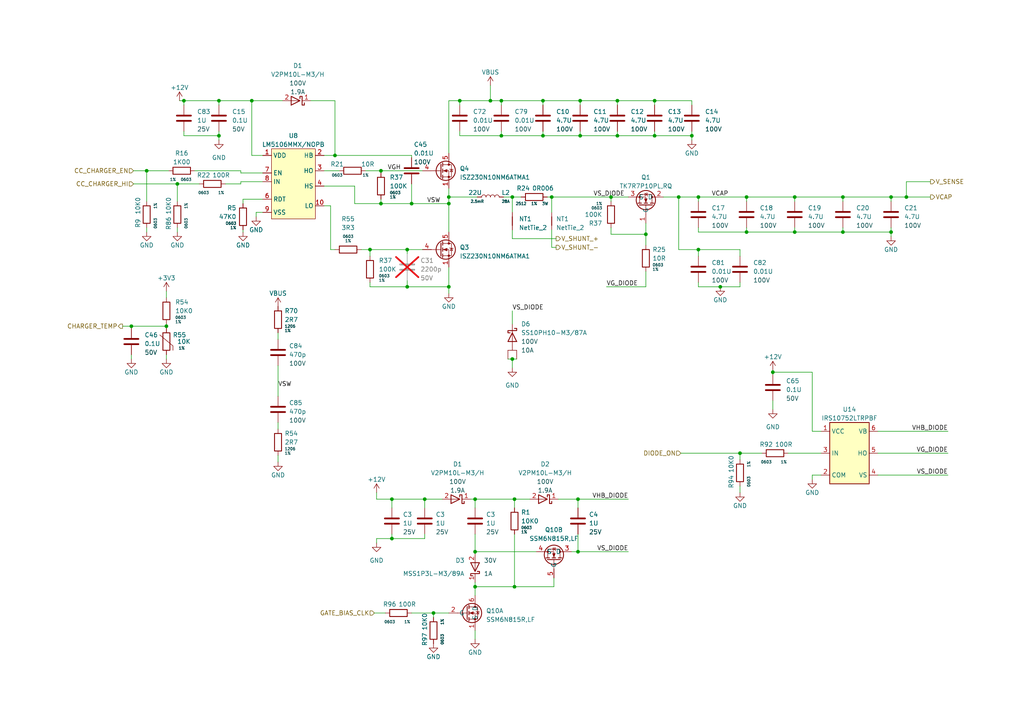
<source format=kicad_sch>
(kicad_sch (version 20230121) (generator eeschema)
  (paper "A4")
  (title_block (company "Rack Robotics, Inc.") (comment 1 "Engineering by DragonFly Power Systems") (comment 2 "Design by Rack Robotics, Inc."))
  (junction (at 167.64 144.78))
  (junction (at 145.415 29.21))
  (junction (at 157.48 39.37))
  (junction (at 189.865 29.21))
  (junction (at 168.275 29.21))
  (junction (at 214.63 131.445))
  (junction (at 157.48 29.21))
  (junction (at 42.545 49.53))
  (junction (at 244.475 57.15))
  (junction (at 137.795 144.78))
  (junction (at 179.07 29.21))
  (junction (at 130.175 57.15))
  (junction (at 63.5 29.21))
  (junction (at 167.64 160.02))
  (junction (at 133.35 29.21))
  (junction (at 189.865 39.37))
  (junction (at 149.225 144.78))
  (junction (at 148.59 57.15))
  (junction (at 258.445 67.31))
  (junction (at 196.85 57.15))
  (junction (at 38.1 94.615))
  (junction (at 142.24 29.21))
  (junction (at 262.89 57.15))
  (junction (at 48.26 94.615))
  (junction (at 53.34 29.21))
  (junction (at 177.2216 57.15))
  (junction (at 200.66 39.37))
  (junction (at 97.155 45.085))
  (junction (at 179.07 39.37))
  (junction (at 119.38 59.055))
  (junction (at 187.325 67.945))
  (junction (at 216.535 67.31))
  (junction (at 118.11 83.185))
  (junction (at 202.565 72.39))
  (junction (at 110.49 59.055))
  (junction (at 110.49 49.53))
  (junction (at 230.505 57.15))
  (junction (at 51.435 53.34))
  (junction (at 137.795 160.02))
  (junction (at 73.025 29.21))
  (junction (at 137.795 170.18))
  (junction (at 118.11 72.39))
  (junction (at 125.73 177.8))
  (junction (at 63.5 39.37))
  (junction (at 230.505 67.31))
  (junction (at 208.915 83.185))
  (junction (at 160.02 57.15))
  (junction (at 113.665 144.78))
  (junction (at 224.155 107.95))
  (junction (at 145.415 39.37))
  (junction (at 216.535 57.15))
  (junction (at 149.225 170.18))
  (junction (at 168.275 39.37))
  (junction (at 107.315 72.39))
  (junction (at 244.475 67.31))
  (junction (at 130.175 59.055))
  (junction (at 123.19 144.78))
  (junction (at 130.175 83.185))
  (junction (at 258.445 57.15))
  (junction (at 202.565 57.15))
  (junction (at 113.665 156.21))
  (junction (at 148.59 104.14))
  (wire (pts (xy 244.475 66.04) (xy 244.475 67.31)))
  (wire (pts (xy 80.645 132.08) (xy 80.645 133.985)))
  (wire (pts (xy 202.565 57.15) (xy 202.565 58.42)))
  (wire (pts (xy 145.415 39.37) (xy 157.48 39.37)))
  (wire (pts (xy 145.415 29.21) (xy 145.415 30.48)))
  (wire (pts (xy 224.155 107.95) (xy 235.585 107.95)))
  (wire (pts (xy 258.445 57.15) (xy 262.89 57.15)))
  (wire (pts (xy 244.475 57.15) (xy 244.475 58.42)))
  (wire (pts (xy 254.635 125.095) (xy 274.955 125.095)))
  (wire (pts (xy 137.795 168.91) (xy 137.795 170.18)))
  (wire (pts (xy 95.885 59.69) (xy 95.885 72.39)))
  (wire (pts (xy 202.565 57.15) (xy 216.535 57.15)))
  (wire (pts (xy 42.545 49.53) (xy 48.895 49.53)))
  (wire (pts (xy 167.64 160.02) (xy 182.245 160.02)))
  (wire (pts (xy 133.35 29.21) (xy 133.35 30.48)))
  (wire (pts (xy 258.445 67.31) (xy 258.445 68.58)))
  (wire (pts (xy 196.85 72.39) (xy 202.565 72.39)))
  (wire (pts (xy 160.655 167.64) (xy 160.655 170.18)))
  (wire (pts (xy 80.645 122.555) (xy 80.645 124.46)))
  (wire (pts (xy 187.325 67.945) (xy 187.325 71.12)))
  (wire (pts (xy 149.225 144.78) (xy 149.225 147.32)))
  (wire (pts (xy 137.795 160.02) (xy 155.575 160.02)))
  (wire (pts (xy 262.89 52.705) (xy 262.89 57.15)))
  (wire (pts (xy 197.485 131.445) (xy 214.63 131.445)))
  (wire (pts (xy 137.795 154.94) (xy 137.795 160.02)))
  (wire (pts (xy 109.22 156.21) (xy 113.665 156.21)))
  (wire (pts (xy 69.85 52.705) (xy 69.85 53.34)))
  (wire (pts (xy 149.225 154.94) (xy 149.225 170.18)))
  (wire (pts (xy 160.02 57.15) (xy 160.02 61.595)))
  (wire (pts (xy 107.315 72.39) (xy 118.11 72.39)))
  (wire (pts (xy 118.11 72.39) (xy 122.555 72.39)))
  (wire (pts (xy 93.98 53.975) (xy 102.87 53.975)))
  (wire (pts (xy 73.025 45.085) (xy 76.2 45.085)))
  (wire (pts (xy 130.175 54.61) (xy 130.175 57.15)))
  (wire (pts (xy 200.66 38.1) (xy 200.66 39.37)))
  (wire (pts (xy 104.775 72.39) (xy 107.315 72.39)))
  (wire (pts (xy 130.175 83.185) (xy 130.175 85.09)))
  (wire (pts (xy 230.505 57.15) (xy 230.505 58.42)))
  (wire (pts (xy 76.2 57.785) (xy 70.485 57.785)))
  (wire (pts (xy 142.24 29.21) (xy 145.415 29.21)))
  (wire (pts (xy 189.865 29.21) (xy 200.66 29.21)))
  (wire (pts (xy 53.34 39.37) (xy 63.5 39.37)))
  (wire (pts (xy 157.48 29.21) (xy 157.48 30.48)))
  (wire (pts (xy 187.325 83.185) (xy 187.325 78.74)))
  (wire (pts (xy 80.645 96.52) (xy 80.645 98.425)))
  (wire (pts (xy 189.865 29.21) (xy 189.865 30.48)))
  (wire (pts (xy 230.505 66.04) (xy 230.505 67.31)))
  (wire (pts (xy 157.48 38.1) (xy 157.48 39.37)))
  (wire (pts (xy 113.665 154.94) (xy 113.665 156.21)))
  (wire (pts (xy 216.535 57.15) (xy 230.505 57.15)))
  (wire (pts (xy 113.665 156.21) (xy 123.19 156.21)))
  (wire (pts (xy 73.025 29.21) (xy 81.915 29.21)))
  (wire (pts (xy 177.2216 67.945) (xy 177.2216 66.04)))
  (wire (pts (xy 102.87 59.055) (xy 110.49 59.055)))
  (wire (pts (xy 254.635 131.445) (xy 274.955 131.445)))
  (wire (pts (xy 148.59 104.14) (xy 149.86 104.14)))
  (wire (pts (xy 167.64 144.78) (xy 182.245 144.78)))
  (wire (pts (xy 160.655 170.18) (xy 149.225 170.18)))
  (wire (pts (xy 208.915 83.185) (xy 202.565 83.185)))
  (wire (pts (xy 69.85 50.165) (xy 76.2 50.165)))
  (wire (pts (xy 179.07 38.1) (xy 179.07 39.37)))
  (wire (pts (xy 107.315 72.39) (xy 107.315 74.295)))
  (wire (pts (xy 216.535 67.31) (xy 230.505 67.31)))
  (wire (pts (xy 189.865 39.37) (xy 200.66 39.37)))
  (wire (pts (xy 148.59 69.215) (xy 161.29 69.215)))
  (wire (pts (xy 228.6 131.445) (xy 238.125 131.445)))
  (wire (pts (xy 149.225 170.18) (xy 137.795 170.18)))
  (wire (pts (xy 107.315 81.915) (xy 107.315 83.185)))
  (wire (pts (xy 70.485 57.785) (xy 70.485 59.055)))
  (wire (pts (xy 95.885 72.39) (xy 97.155 72.39)))
  (wire (pts (xy 63.5 29.21) (xy 63.5 30.48)))
  (wire (pts (xy 38.1 102.87) (xy 38.1 104.14)))
  (wire (pts (xy 106.045 49.53) (xy 110.49 49.53)))
  (wire (pts (xy 118.11 83.185) (xy 130.175 83.185)))
  (wire (pts (xy 147.32 104.14) (xy 148.59 104.14)))
  (wire (pts (xy 74.295 61.595) (xy 76.2 61.595)))
  (wire (pts (xy 130.175 59.055) (xy 130.175 67.31)))
  (wire (pts (xy 216.535 66.04) (xy 216.535 67.31)))
  (wire (pts (xy 196.85 57.15) (xy 202.565 57.15)))
  (wire (pts (xy 130.175 77.47) (xy 130.175 83.185)))
  (wire (pts (xy 65.405 53.34) (xy 69.85 53.34)))
  (wire (pts (xy 145.415 38.1) (xy 145.415 39.37)))
  (wire (pts (xy 165.735 160.02) (xy 167.64 160.02)))
  (wire (pts (xy 113.665 144.78) (xy 123.19 144.78)))
  (wire (pts (xy 70.485 66.675) (xy 70.485 67.31)))
  (wire (pts (xy 214.63 131.445) (xy 220.98 131.445)))
  (wire (pts (xy 109.22 142.875) (xy 109.22 144.78)))
  (wire (pts (xy 107.315 83.185) (xy 118.11 83.185)))
  (wire (pts (xy 76.2 52.705) (xy 69.85 52.705)))
  (wire (pts (xy 133.35 38.1) (xy 133.35 39.37)))
  (wire (pts (xy 48.26 102.87) (xy 48.26 104.14)))
  (wire (pts (xy 161.925 144.78) (xy 167.64 144.78)))
  (wire (pts (xy 177.2216 57.15) (xy 182.245 57.15)))
  (wire (pts (xy 137.795 160.02) (xy 137.795 160.655)))
  (wire (pts (xy 113.665 144.78) (xy 113.665 147.32)))
  (wire (pts (xy 56.515 49.53) (xy 69.85 49.53)))
  (wire (pts (xy 196.85 57.15) (xy 196.85 72.39)))
  (wire (pts (xy 202.565 74.295) (xy 202.565 72.39)))
  (wire (pts (xy 262.89 57.15) (xy 269.875 57.15)))
  (wire (pts (xy 93.98 45.085) (xy 97.155 45.085)))
  (wire (pts (xy 142.24 24.765) (xy 142.24 29.21)))
  (wire (pts (xy 109.22 144.78) (xy 113.665 144.78)))
  (wire (pts (xy 202.565 81.915) (xy 202.565 83.185)))
  (wire (pts (xy 235.585 137.795) (xy 238.125 137.795)))
  (wire (pts (xy 125.73 177.8) (xy 130.175 177.8)))
  (wire (pts (xy 160.02 71.755) (xy 161.29 71.755)))
  (wire (pts (xy 262.89 52.705) (xy 269.875 52.705)))
  (wire (pts (xy 244.475 57.15) (xy 258.445 57.15)))
  (wire (pts (xy 108.585 177.8) (xy 111.76 177.8)))
  (wire (pts (xy 123.19 154.94) (xy 123.19 156.21)))
  (wire (pts (xy 102.87 53.975) (xy 102.87 59.055)))
  (wire (pts (xy 109.22 156.21) (xy 109.22 157.48)))
  (wire (pts (xy 157.48 29.21) (xy 168.275 29.21)))
  (wire (pts (xy 158.75 57.15) (xy 160.02 57.15)))
  (wire (pts (xy 235.585 125.095) (xy 238.125 125.095)))
  (wire (pts (xy 52.07 29.21) (xy 53.34 29.21)))
  (wire (pts (xy 110.49 49.53) (xy 122.555 49.53)))
  (wire (pts (xy 148.59 104.14) (xy 148.59 106.68)))
  (wire (pts (xy 168.275 39.37) (xy 179.07 39.37)))
  (wire (pts (xy 145.415 29.21) (xy 157.48 29.21)))
  (wire (pts (xy 123.19 144.78) (xy 123.19 147.32)))
  (wire (pts (xy 35.56 94.615) (xy 38.1 94.615)))
  (wire (pts (xy 69.85 49.53) (xy 69.85 50.165)))
  (wire (pts (xy 93.98 59.69) (xy 95.885 59.69)))
  (wire (pts (xy 179.07 39.37) (xy 189.865 39.37)))
  (wire (pts (xy 130.175 29.21) (xy 133.35 29.21)))
  (wire (pts (xy 136.525 144.78) (xy 137.795 144.78)))
  (wire (pts (xy 90.17 29.21) (xy 97.155 29.21)))
  (wire (pts (xy 118.11 72.39) (xy 118.11 73.66)))
  (wire (pts (xy 167.64 160.02) (xy 167.64 154.94)))
  (wire (pts (xy 110.49 57.785) (xy 110.49 59.055)))
  (wire (pts (xy 168.275 29.21) (xy 179.07 29.21)))
  (wire (pts (xy 230.505 57.15) (xy 244.475 57.15)))
  (wire (pts (xy 130.175 29.21) (xy 130.175 44.45)))
  (wire (pts (xy 80.645 106.045) (xy 80.645 114.935)))
  (wire (pts (xy 93.98 49.53) (xy 98.425 49.53)))
  (wire (pts (xy 149.225 144.78) (xy 153.67 144.78)))
  (wire (pts (xy 53.34 38.1) (xy 53.34 39.37)))
  (wire (pts (xy 51.435 66.04) (xy 51.435 67.31)))
  (wire (pts (xy 258.445 66.04) (xy 258.445 67.31)))
  (wire (pts (xy 202.565 67.31) (xy 216.535 67.31)))
  (wire (pts (xy 224.155 107.95) (xy 224.155 108.585)))
  (wire (pts (xy 214.63 83.185) (xy 208.915 83.185)))
  (wire (pts (xy 73.025 29.21) (xy 73.025 45.085)))
  (wire (pts (xy 214.63 131.445) (xy 214.63 133.35)))
  (wire (pts (xy 214.63 81.915) (xy 214.63 83.185)))
  (wire (pts (xy 179.07 29.21) (xy 179.07 30.48)))
  (wire (pts (xy 235.585 137.795) (xy 235.585 139.065)))
  (wire (pts (xy 53.34 29.21) (xy 63.5 29.21)))
  (wire (pts (xy 157.48 39.37) (xy 168.275 39.37)))
  (wire (pts (xy 97.155 45.085) (xy 119.38 45.085)))
  (wire (pts (xy 224.155 107.315) (xy 224.155 107.95)))
  (wire (pts (xy 202.565 72.39) (xy 214.63 72.39)))
  (wire (pts (xy 216.535 57.15) (xy 216.535 58.42)))
  (wire (pts (xy 235.585 107.95) (xy 235.585 125.095)))
  (wire (pts (xy 119.38 59.055) (xy 130.175 59.055)))
  (wire (pts (xy 214.63 72.39) (xy 214.63 74.295)))
  (wire (pts (xy 189.865 38.1) (xy 189.865 39.37)))
  (wire (pts (xy 38.1 94.615) (xy 48.26 94.615)))
  (wire (pts (xy 119.38 177.8) (xy 125.73 177.8)))
  (wire (pts (xy 133.35 29.21) (xy 142.24 29.21)))
  (wire (pts (xy 230.505 67.31) (xy 244.475 67.31)))
  (wire (pts (xy 42.545 49.53) (xy 42.545 58.42)))
  (wire (pts (xy 133.35 39.37) (xy 145.415 39.37)))
  (wire (pts (xy 168.275 29.21) (xy 168.275 30.48)))
  (wire (pts (xy 148.59 57.15) (xy 148.59 61.595)))
  (wire (pts (xy 110.49 49.53) (xy 110.49 50.165)))
  (wire (pts (xy 38.1 95.25) (xy 38.1 94.615)))
  (wire (pts (xy 110.49 59.055) (xy 119.38 59.055)))
  (wire (pts (xy 63.5 39.37) (xy 63.5 40.64)))
  (wire (pts (xy 175.895 83.185) (xy 187.325 83.185)))
  (wire (pts (xy 258.445 57.15) (xy 258.445 58.42)))
  (wire (pts (xy 224.155 116.205) (xy 224.155 118.745)))
  (wire (pts (xy 48.26 84.455) (xy 48.26 86.36)))
  (wire (pts (xy 177.2216 58.42) (xy 177.2216 57.15)))
  (wire (pts (xy 123.19 144.78) (xy 128.27 144.78)))
  (wire (pts (xy 42.545 66.04) (xy 42.545 67.31)))
  (wire (pts (xy 177.2216 67.945) (xy 187.325 67.945)))
  (wire (pts (xy 244.475 67.31) (xy 258.445 67.31)))
  (wire (pts (xy 148.59 90.17) (xy 148.59 93.98)))
  (wire (pts (xy 130.175 57.15) (xy 138.43 57.15)))
  (wire (pts (xy 119.38 53.34) (xy 119.38 59.055)))
  (wire (pts (xy 51.435 53.34) (xy 57.785 53.34)))
  (wire (pts (xy 160.02 66.675) (xy 160.02 71.755)))
  (wire (pts (xy 148.59 57.15) (xy 151.13 57.15)))
  (wire (pts (xy 63.5 29.21) (xy 73.025 29.21)))
  (wire (pts (xy 179.07 29.21) (xy 189.865 29.21)))
  (wire (pts (xy 119.38 45.085) (xy 119.38 45.72)))
  (wire (pts (xy 53.34 29.21) (xy 53.34 30.48)))
  (wire (pts (xy 160.02 57.15) (xy 177.2216 57.15)))
  (wire (pts (xy 38.735 49.53) (xy 42.545 49.53)))
  (wire (pts (xy 97.155 29.21) (xy 97.155 45.085)))
  (wire (pts (xy 137.795 144.78) (xy 137.795 147.32)))
  (wire (pts (xy 118.11 81.28) (xy 118.11 83.185)))
  (wire (pts (xy 148.59 66.675) (xy 148.59 69.215)))
  (wire (pts (xy 202.565 66.04) (xy 202.565 67.31)))
  (wire (pts (xy 125.73 177.8) (xy 125.73 179.07)))
  (wire (pts (xy 48.26 93.98) (xy 48.26 94.615)))
  (wire (pts (xy 168.275 38.1) (xy 168.275 39.37)))
  (wire (pts (xy 137.795 182.88) (xy 137.795 185.42)))
  (wire (pts (xy 48.26 94.615) (xy 48.26 95.25)))
  (wire (pts (xy 137.795 170.18) (xy 137.795 172.72)))
  (wire (pts (xy 146.05 57.15) (xy 148.59 57.15)))
  (wire (pts (xy 51.435 53.34) (xy 51.435 58.42)))
  (wire (pts (xy 137.795 144.78) (xy 149.225 144.78)))
  (wire (pts (xy 167.64 144.78) (xy 167.64 147.32)))
  (wire (pts (xy 214.63 140.97) (xy 214.63 142.875)))
  (wire (pts (xy 254.635 137.795) (xy 274.955 137.795)))
  (wire (pts (xy 187.325 64.77) (xy 187.325 67.945)))
  (wire (pts (xy 38.735 53.34) (xy 51.435 53.34)))
  (wire (pts (xy 192.405 57.15) (xy 196.85 57.15)))
  (wire (pts (xy 200.66 29.21) (xy 200.66 30.48)))
  (wire (pts (xy 130.175 57.15) (xy 130.175 59.055)))
  (wire (pts (xy 200.66 39.37) (xy 200.66 40.64)))
  (wire (pts (xy 74.295 61.595) (xy 74.295 62.865)))
  (wire (pts (xy 63.5 38.1) (xy 63.5 39.37)))
  (label "VHB_DIODE" (at 274.955 125.095 180))
  (label "VS_DIODE" (at 172.085 57.15 0))
  (label "VSW" (at 123.825 59.055 0))
  (label "VHB_DIODE" (at 182.245 144.78 180))
  (label "VS_DIODE" (at 182.245 160.02 180))
  (label "VS_DIODE" (at 148.59 90.17 0))
  (label "VCAP" (at 206.375 57.15 0))
  (label "VS_DIODE" (at 274.955 137.795 180))
  (label "VGH" (at 112.395 49.53 0))
  (label "VSW" (at 80.645 112.395 0))
  (label "VG_DIODE" (at 274.955 131.445 180))
  (label "VG_DIODE" (at 175.895 83.185 0))
  (hierarchical_label "CHARGER_TEMP" (shape output) (at 35.56 94.615 180))
  (hierarchical_label "CC_CHARGER_HI" (shape input) (at 38.735 53.34 180))
  (hierarchical_label "V_SHUNT_-" (shape output) (at 161.29 71.755 0))
  (hierarchical_label "V_SENSE" (shape output) (at 269.875 52.705 0))
  (hierarchical_label "GATE_BIAS_CLK" (shape input) (at 108.585 177.8 180))
  (hierarchical_label "V_SHUNT_+" (shape output) (at 161.29 69.215 0))
  (hierarchical_label "DIODE_ON" (shape input) (at 197.485 131.445 180))
  (hierarchical_label "CC_CHARGER_EN" (shape input) (at 38.735 49.53 180))
  (hierarchical_label "VCAP" (shape output) (at 269.875 57.15 0))
  (symbol (lib_id "0603_RES:100R") (at 224.79 131.445 90) (unit 1)
    (property "Reference" "R92" (at 222.25 128.905 90))
    (property "Value" "100R" (at 227.33 128.905 90))
    (property "Footprint" "Resistor_SMD:R_0603_1608Metric" (effects hide))
    (property "Datasheet" "https://www.seielect.com/Catalog/SEI-RMCF_RMCP.pdf" (effects hide))
    (property "Package Size" "0603" (at 222.25 133.985 90) (effects (font (size 0.8 0.8))))
    (property "Tolerance" "1%" (at 227.33 133.985 90) (effects (font (size 0.8 0.8))))
    (property "Part Number" "RMCF0603FT100R" (effects hide))
    (property "Manufacturer" "Stackpole" (effects hide))
  )
  (symbol (lib_id "0603_CAP:1U_25V") (at 137.795 151.13 0) (unit 1)
    (property "Reference" "C3" (at 140.97 149.225 0) (effects (justify left)))
    (property "Value" "1U" (at 140.97 151.765 0) (effects (justify left)))
    (property "Footprint" "Capacitor_SMD:C_0603_1608Metric" (effects hide))
    (property "Datasheet" "https://media.digikey.com/pdf/Data%20Sheets/Samsung%20PDFs/CL10B104KB8NNWC_Spec.pdf" (effects hide))
    (property "Volage Rating" "25V" (at 140.97 154.305 0) (effects (justify left)))
    (property "Part Number" "CL10B105KA8NNNC" (effects hide))
    (property "Manufacturer" "Samsung" (effects hide))
    (instances (project "Gate_Bias" (path "" (reference "C3") (unit 1))) (project "POWERCORE-V2.0_MOTHERBOARD" (path "" (reference "C63") (unit 1))))
  )
  (symbol (lib_id "power:+12V") (at 52.07 29.21 0) (unit 1)
    (property "Reference" "#PWR02" (effects hide))
    (property "Value" "+12V" (at 52.07 25.4 0))
    (instances (project "POWERCORE-V2.0_MOTHERBOARD" (path "" (reference "#PWR02") (unit 1)) (path "" (reference "#PWR029") (unit 1))))
  )
  (symbol (lib_id "SCHOTTKY_DIODES:V2PM10L-M3/H") (at 158.115 144.78 180) (unit 1)
    (property "Reference" "D2" (at 158.115 134.62 0))
    (property "Value" "V2PM10L-M3/H" (at 158.115 137.16 0))
    (property "Footprint" "DIODES:DO-220AA (SMP)" (effects hide))
    (property "Datasheet" "https://www.vishay.com/docs/87463/v2pm10l.pdf" (effects hide))
    (property "Manufacturer" "VISHAY" (effects hide))
    (property "Part Number" "V2PM10L-M3/H" (effects hide))
    (property "Voltage" "100V" (at 158.115 139.7 0))
    (property "Current" "1.9A" (at 158.115 142.24 0))
    (instances (project "Gate_Bias" (path "" (reference "D2") (unit 1))) (project "POWERCORE-V2.0_MOTHERBOARD" (path "" (reference "D4") (unit 1))))
  )
  (symbol (lib_id "1206_CAP:4.7U_100V") (at 258.445 62.23 0) (unit 1)
    (property "Reference" "C21" (at 262.255 60.325 0) (effects (justify left)))
    (property "Value" "4.7U" (at 262.255 62.865 0) (effects (justify left)))
    (property "Footprint" "Capacitor_SMD:C_1206_3216Metric" (effects hide))
    (property "Datasheet" "https://search.murata.co.jp/Ceramy/image/img/A01X/G101/ENG/GRM31CC72A475KE11-01A.pdf" (effects hide))
    (property "Dielectric" "X7S" (effects hide))
    (property "Voltage Rating" "100V" (at 262.255 65.405 0) (effects (justify left)))
    (property "Part Number" "GRM31CC72A475KE11L" (effects hide))
    (property "Manufacturer" "Murata" (effects hide))
  )
  (symbol (lib_id "POWER_FETs:ISZ230N10NM6ATMA1") (at 130.175 49.53 0) (unit 1)
    (property "Reference" "Q4" (at 133.35 48.895 0) (effects (justify left)))
    (property "Value" "ISZ230N10NM6ATMA1" (at 133.35 51.435 0) (effects (justify left)))
    (property "Footprint" "DFN_QFN:INFINEON_TSDSON-8-25" (effects hide))
    (property "Datasheet" "https://www.infineon.com/dgdl/Infineon-ISZ230N10NM6-DataSheet-v02_00-EN.pdf?fileId=8ac78c8c7bb971ed017bba7c28d202ac" (effects hide))
    (property "Manufacturer" "INFINEON" (effects hide))
    (property "Part Number" "ISZ230N10NM6ATMA1" (effects hide))
  )
  (symbol (lib_id "0603_CAP:0.01U_100V") (at 133.35 34.29 0) (unit 1)
    (property "Reference" "C72" (at 137.16 32.385 0) (effects (justify left)))
    (property "Value" "0.01U" (at 137.16 34.925 0) (effects (justify left)))
    (property "Footprint" "Capacitor_SMD:C_0603_1608Metric" (effects hide))
    (property "Datasheet" "https://media.digikey.com/pdf/Data%20Sheets/Samsung%20PDFs/CL10B104KB8NNWC_Spec.pdf" (effects hide))
    (property "Volage Rating" "100V" (at 137.16 37.465 0) (effects (justify left)))
    (property "Part Number" "CL10B103KC8NNNC" (effects hide))
    (property "Manufacturer" "Samsung" (effects hide))
  )
  (symbol (lib_id "1206_CAP:4.7U_100V") (at 200.66 34.29 0) (unit 1)
    (property "Reference" "C14" (at 204.47 32.385 0) (effects (justify left)))
    (property "Value" "4.7U" (at 204.47 34.925 0) (effects (justify left)))
    (property "Footprint" "Capacitor_SMD:C_1206_3216Metric" (effects hide))
    (property "Datasheet" "https://search.murata.co.jp/Ceramy/image/img/A01X/G101/ENG/GRM31CC72A475KE11-01A.pdf" (effects hide))
    (property "Dielectric" "X7S" (effects hide))
    (property "Voltage Rating" "100V" (at 204.47 37.465 0) (effects (justify left)))
    (property "Part Number" "GRM31CC72A475KE11L" (effects hide))
    (property "Manufacturer" "Murata" (effects hide))
  )
  (symbol (lib_id "0603_RES:10K0") (at 149.225 151.13 0) (unit 1)
    (property "Reference" "R1" (at 151.13 148.59 0) (effects (justify left)))
    (property "Value" "10K0" (at 151.13 151.13 0) (effects (justify left)))
    (property "Footprint" "Resistor_SMD:R_0603_1608Metric" (effects hide))
    (property "Datasheet" "https://www.seielect.com/Catalog/SEI-RMCF_RMCP.pdf" (effects hide))
    (property "Package Size" "0603" (at 151.13 153.035 0) (effects (font (size 0.8 0.8)) (justify left)))
    (property "Tolerance" "1%" (at 151.13 154.305 0) (effects (font (size 0.8 0.8)) (justify left)))
    (property "Part Number" "RMCF0603FT10K0" (effects hide))
    (property "Manufacturer" "Stackpole" (effects hide))
    (instances (project "Gate_Bias" (path "" (reference "R1") (unit 1))) (project "POWERCORE-V2.0_MOTHERBOARD" (path "" (reference "R90") (unit 1))))
  )
  (symbol (lib_id "0603_RES:100k") (at 110.49 53.975 0) (unit 1)
    (property "Reference" "R37" (at 113.03 51.435 0) (effects (justify left)))
    (property "Value" "100K" (at 113.03 53.975 0) (effects (justify left)))
    (property "Footprint" "Resistor_SMD:R_0603_1608Metric" (effects hide))
    (property "Datasheet" "https://www.seielect.com/Catalog/SEI-RMCF_RMCP.pdf" (effects hide))
    (property "Package Size" "0603" (at 113.03 55.88 0) (effects (font (size 0.8 0.8)) (justify left)))
    (property "Tolerance" "1%" (at 113.03 57.15 0) (effects (font (size 0.8 0.8)) (justify left)))
    (property "Part Number" "RMCF0603FT100K" (effects hide))
    (property "Manufacturer" "Stackpole" (effects hide))
    (instances (project "POWERCORE-V2.0_MOTHERBOARD" (path "" (reference "R37") (unit 1)) (path "" (reference "R51") (unit 1)) (path "" (reference "R23") (unit 1))))
  )
  (symbol (lib_id "Device:NetTie_2") (at 148.59 64.135 270) (unit 1) (in_bom no)
    (property "Reference" "NT1" (at 150.495 63.5 90) (effects (justify left)))
    (property "Value" "NetTie_2" (at 150.495 66.04 90) (effects (justify left)))
    (property "Footprint" "NET_TIES:NET_TIE_SMD_10mil" (effects hide))
    (instances (project "POWERCORE-V2.0_MOTHERBOARD" (path "" (reference "NT1") (unit 1)) (path "" (reference "NT5") (unit 1))))
  )
  (symbol (lib_id "power:+12V") (at 109.22 142.875 0) (unit 1)
    (property "Reference" "#PWR01" (effects hide))
    (property "Value" "+12V" (at 109.22 139.065 0))
    (instances (project "Gate_Bias" (path "" (reference "#PWR01") (unit 1))) (project "POWERCORE-V2.0_MOTHERBOARD" (path "" (reference "#PWR032") (unit 1))))
  )
  (symbol (lib_id "power:GND") (at 63.5 40.64 0) (unit 1)
    (property "Reference" "#PWR01" (effects hide))
    (property "Value" "GND" (at 63.5 45.72 0))
    (instances (project "POWERCORE-V2.0_MOTHERBOARD" (path "" (reference "#PWR01") (unit 1)) (path "" (reference "#PWR031") (unit 1))))
  )
  (symbol (lib_id "power:+12V") (at 224.155 107.315 0) (unit 1)
    (property "Reference" "#PWR02" (effects hide))
    (property "Value" "+12V" (at 224.155 103.505 0))
    (instances (project "POWERCORE-V2.0_MOTHERBOARD" (path "" (reference "#PWR02") (unit 1)) (path "" (reference "#PWR0115") (unit 1))))
  )
  (symbol (lib_id "power:GND") (at 258.445 68.58 0) (unit 1)
    (property "Reference" "#PWR034" (effects hide))
    (property "Value" "GND" (at 258.445 72.39 0))
  )
  (symbol (lib_id "0603_RES:100k") (at 177.2216 62.23 180) (unit 1)
    (property "Reference" "R37" (at 174.6816 64.77 0) (effects (justify left)))
    (property "Value" "100K" (at 174.6816 62.23 0) (effects (justify left)))
    (property "Footprint" "Resistor_SMD:R_0603_1608Metric" (effects hide))
    (property "Datasheet" "https://www.seielect.com/Catalog/SEI-RMCF_RMCP.pdf" (effects hide))
    (property "Package Size" "0603" (at 174.6816 60.325 0) (effects (font (size 0.8 0.8)) (justify left)))
    (property "Tolerance" "1%" (at 174.6816 59.055 0) (effects (font (size 0.8 0.8)) (justify left)))
    (property "Part Number" "RMCF0603FT100K" (effects hide))
    (property "Manufacturer" "Stackpole" (effects hide))
    (instances (project "POWERCORE-V2.0_MOTHERBOARD" (path "" (reference "R37") (unit 1)) (path "" (reference "R51") (unit 1)) (path "" (reference "R89") (unit 1))))
  )
  (symbol (lib_id "power:GND") (at 125.73 186.69 0) (unit 1)
    (property "Reference" "#PWR02" (effects hide))
    (property "Value" "GND" (at 125.73 190.5 0))
    (instances (project "Gate_Bias" (path "" (reference "#PWR02") (unit 1))) (project "POWERCORE-V2.0_MOTHERBOARD" (path "" (reference "#PWR0129") (unit 1))))
  )
  (symbol (lib_id "0603_RES:10K0") (at 42.545 62.23 180) (unit 1)
    (property "Reference" "R9" (at 40.005 64.77 90))
    (property "Value" "10K0" (at 40.005 59.69 90))
    (property "Footprint" "Resistor_SMD:R_0603_1608Metric" (effects hide))
    (property "Datasheet" "https://www.seielect.com/Catalog/SEI-RMCF_RMCP.pdf" (effects hide))
    (property "Package Size" "0603" (at 45.085 64.77 90) (effects (font (size 0.8 0.8))))
    (property "Tolerance" "1%" (at 45.085 59.69 90) (effects (font (size 0.8 0.8))))
    (property "Part Number" "RMCF0603FT10K0" (effects hide))
    (property "Manufacturer" "Stackpole" (effects hide))
  )
  (symbol (lib_id "0603_CAP:1U_25V") (at 123.19 151.13 0) (unit 1)
    (property "Reference" "C3" (at 126.365 149.225 0) (effects (justify left)))
    (property "Value" "1U" (at 126.365 151.765 0) (effects (justify left)))
    (property "Footprint" "Capacitor_SMD:C_0603_1608Metric" (effects hide))
    (property "Datasheet" "https://media.digikey.com/pdf/Data%20Sheets/Samsung%20PDFs/CL10B104KB8NNWC_Spec.pdf" (effects hide))
    (property "Volage Rating" "25V" (at 126.365 154.305 0) (effects (justify left)))
    (property "Part Number" "CL10B105KA8NNNC" (effects hide))
    (property "Manufacturer" "Samsung" (effects hide))
    (instances (project "Gate_Bias" (path "" (reference "C3") (unit 1))) (project "POWERCORE-V2.0_MOTHERBOARD" (path "" (reference "C26") (unit 1))))
  )
  (symbol (lib_id "0603_RES:100k") (at 107.315 78.105 0) (unit 1)
    (property "Reference" "R37" (at 109.855 75.565 0) (effects (justify left)))
    (property "Value" "100K" (at 109.855 78.105 0) (effects (justify left)))
    (property "Footprint" "Resistor_SMD:R_0603_1608Metric" (effects hide))
    (property "Datasheet" "https://www.seielect.com/Catalog/SEI-RMCF_RMCP.pdf" (effects hide))
    (property "Package Size" "0603" (at 109.855 80.01 0) (effects (font (size 0.8 0.8)) (justify left)))
    (property "Tolerance" "1%" (at 109.855 81.28 0) (effects (font (size 0.8 0.8)) (justify left)))
    (property "Part Number" "RMCF0603FT100K" (effects hide))
    (property "Manufacturer" "Stackpole" (effects hide))
    (instances (project "POWERCORE-V2.0_MOTHERBOARD" (path "" (reference "R37") (unit 1)) (path "" (reference "R51") (unit 1)) (path "" (reference "R88") (unit 1))))
  )
  (symbol (lib_id "power:GND") (at 70.485 67.31 0) (unit 1)
    (property "Reference" "#PWR058" (effects hide))
    (property "Value" "GND" (at 70.485 71.12 0))
  )
  (symbol (lib_id "1206_CAP:4.7U_100V") (at 157.48 34.29 0) (unit 1)
    (property "Reference" "C10" (at 161.29 32.385 0) (effects (justify left)))
    (property "Value" "4.7U" (at 161.29 34.925 0) (effects (justify left)))
    (property "Footprint" "Capacitor_SMD:C_1206_3216Metric" (effects hide))
    (property "Datasheet" "https://search.murata.co.jp/Ceramy/image/img/A01X/G101/ENG/GRM31CC72A475KE11-01A.pdf" (effects hide))
    (property "Dielectric" "X7S" (effects hide))
    (property "Voltage Rating" "100V" (at 161.29 37.465 0) (effects (justify left)))
    (property "Part Number" "GRM31CC72A475KE11L" (effects hide))
    (property "Manufacturer" "Murata" (effects hide))
  )
  (symbol (lib_id "0603_CAP:0.01U_100V") (at 202.565 78.105 0) (unit 1)
    (property "Reference" "C81" (at 206.375 76.2 0) (effects (justify left)))
    (property "Value" "0.01U" (at 206.375 78.74 0) (effects (justify left)))
    (property "Footprint" "Capacitor_SMD:C_0603_1608Metric" (effects hide))
    (property "Datasheet" "https://media.digikey.com/pdf/Data%20Sheets/Samsung%20PDFs/CL10B104KB8NNWC_Spec.pdf" (effects hide))
    (property "Volage Rating" "100V" (at 206.375 81.28 0) (effects (justify left)))
    (property "Part Number" "CL10B103KC8NNNC" (effects hide))
    (property "Manufacturer" "Samsung" (effects hide))
  )
  (symbol (lib_id "power:GND") (at 48.26 104.14 0) (unit 1)
    (property "Reference" "#PWR071" (effects hide))
    (property "Value" "GND" (at 48.26 107.95 0))
    (instances (project "POWERCORE-V2.0_MOTHERBOARD" (path "" (reference "#PWR071") (unit 1)) (path "" (reference "#PWR068") (unit 1))))
  )
  (symbol (lib_id "1206_CAP:4.7U_100V") (at 189.865 34.29 0) (unit 1)
    (property "Reference" "C13" (at 193.675 32.385 0) (effects (justify left)))
    (property "Value" "4.7U" (at 193.675 34.925 0) (effects (justify left)))
    (property "Footprint" "Capacitor_SMD:C_1206_3216Metric" (effects hide))
    (property "Datasheet" "https://search.murata.co.jp/Ceramy/image/img/A01X/G101/ENG/GRM31CC72A475KE11-01A.pdf" (effects hide))
    (property "Dielectric" "X7S" (effects hide))
    (property "Voltage Rating" "100V" (at 193.675 37.465 0) (effects (justify left)))
    (property "Part Number" "GRM31CC72A475KE11L" (effects hide))
    (property "Manufacturer" "Murata" (effects hide))
  )
  (symbol (lib_id "power:GND") (at 80.645 133.985 0) (unit 1)
    (property "Reference" "#PWR065" (effects hide))
    (property "Value" "GND" (at 80.645 137.795 0))
  )
  (symbol (lib_id "power:GND") (at 42.545 67.31 0) (unit 1)
    (property "Reference" "#PWR094" (effects hide))
    (property "Value" "GND" (at 42.545 71.12 0))
  )
  (symbol (lib_id "0603_RES:47K0") (at 70.485 62.865 0) (unit 1)
    (property "Reference" "R5" (at 68.58 60.325 0) (effects (justify right)))
    (property "Value" "47K0" (at 68.58 62.865 0) (effects (justify right)))
    (property "Footprint" "Resistor_SMD:R_0603_1608Metric" (effects hide))
    (property "Datasheet" "https://www.seielect.com/Catalog/SEI-RMCF_RMCP.pdf" (effects hide))
    (property "Package Size" "0603" (at 68.58 64.77 0) (effects (font (size 0.8 0.8)) (justify right)))
    (property "Tolerance" "1%" (at 68.58 66.04 0) (effects (font (size 0.8 0.8)) (justify right)))
    (property "Part Number" "RMCF0603FT47K0" (effects hide))
    (property "Manufacturer" "Stackpole" (effects hide))
  )
  (symbol (lib_id "Gate Drivers:IRS10752LTRPBF") (at 240.665 122.555 0) (unit 1)
    (property "Reference" "U14" (at 246.38 118.745 0))
    (property "Value" "IRS10752LTRPBF" (at 246.38 121.285 0))
    (property "Footprint" "Package_TO_SOT_SMD:SOT-23-6" (effects hide))
    (property "Datasheet" "https://www.infineon.com/dgdl/irs10752lpbf.pdf?fileId=5546d462533600a40153567308ca276d" (effects hide))
    (property "Part Number" "IRS10752LTRPBF" (effects hide))
    (property "Manufacturer" "Infineon" (effects hide))
  )
  (symbol (lib_id "power:GND") (at 148.59 106.68 0) (unit 1)
    (property "Reference" "#PWR02" (effects hide))
    (property "Value" "GND" (at 148.59 111.76 0))
    (instances (project "Gate_Bias" (path "" (reference "#PWR02") (unit 1))) (project "POWERCORE-V2.0_MOTHERBOARD" (path "" (reference "#PWR0130") (unit 1))))
  )
  (symbol (lib_id "1206_CAP:4.7U_100V") (at 202.565 62.23 0) (unit 1)
    (property "Reference" "C17" (at 206.375 60.325 0) (effects (justify left)))
    (property "Value" "4.7U" (at 206.375 62.865 0) (effects (justify left)))
    (property "Footprint" "Capacitor_SMD:C_1206_3216Metric" (effects hide))
    (property "Datasheet" "https://search.murata.co.jp/Ceramy/image/img/A01X/G101/ENG/GRM31CC72A475KE11-01A.pdf" (effects hide))
    (property "Dielectric" "X7S" (effects hide))
    (property "Voltage Rating" "100V" (at 206.375 65.405 0) (effects (justify left)))
    (property "Part Number" "GRM31CC72A475KE11L" (effects hide))
    (property "Manufacturer" "Murata" (effects hide))
  )
  (symbol (lib_id "1206_CAP:4.7U_100V") (at 179.07 34.29 0) (unit 1)
    (property "Reference" "C12" (at 182.88 32.385 0) (effects (justify left)))
    (property "Value" "4.7U" (at 182.88 34.925 0) (effects (justify left)))
    (property "Footprint" "Capacitor_SMD:C_1206_3216Metric" (effects hide))
    (property "Datasheet" "https://search.murata.co.jp/Ceramy/image/img/A01X/G101/ENG/GRM31CC72A475KE11-01A.pdf" (effects hide))
    (property "Dielectric" "X7S" (effects hide))
    (property "Voltage Rating" "100V" (at 182.88 37.465 0) (effects (justify left)))
    (property "Part Number" "GRM31CC72A475KE11L" (effects hide))
    (property "Manufacturer" "Murata" (effects hide))
  )
  (symbol (lib_id "power:GND") (at 224.155 118.745 0) (unit 1)
    (property "Reference" "#PWR01" (effects hide))
    (property "Value" "GND" (at 224.155 123.825 0))
    (instances (project "POWERCORE-V2.0_MOTHERBOARD" (path "" (reference "#PWR01") (unit 1)) (path "" (reference "#PWR0116") (unit 1))))
  )
  (symbol (lib_id "0603_CAP:470P_100V") (at 80.645 118.745 0) (unit 1)
    (property "Reference" "C85" (at 83.82 116.84 0) (effects (justify left)))
    (property "Value" "470p" (at 83.82 119.38 0) (effects (justify left)))
    (property "Footprint" "Capacitor_SMD:C_0603_1608Metric" (effects hide))
    (property "Datasheet" "https://connect.kemet.com:7667/gateway/IntelliData-ComponentDocumentation/1.0/download/datasheet/C0603C471J1GACTU" (effects hide))
    (property "Volage Rating" "100V" (at 83.82 121.92 0) (effects (justify left)))
    (property "Part Number" "C0603C471J1GAC7867" (effects hide))
    (property "Manufacturer" "KEMET" (effects hide))
  )
  (symbol (lib_id "0603_RES:10R") (at 187.325 74.93 0) (unit 1)
    (property "Reference" "R25" (at 189.23 72.39 0) (effects (justify left)))
    (property "Value" "10R" (at 189.23 74.93 0) (effects (justify left)))
    (property "Footprint" "Resistor_SMD:R_0603_1608Metric" (effects hide))
    (property "Datasheet" "https://www.seielect.com/Catalog/SEI-RMCF_RMCP.pdf" (effects hide))
    (property "Package Size" "0603" (at 189.23 76.835 0) (effects (font (size 0.8 0.8)) (justify left)))
    (property "Tolerance" "1%" (at 189.23 78.105 0) (effects (font (size 0.8 0.8)) (justify left)))
    (property "Part Number" "RMCF0603FT10R0" (effects hide))
    (property "Manufacturer" "Stackpole" (effects hide))
  )
  (symbol (lib_id "0603_CAP:2200P_50V") (at 118.11 77.47 0) (unit 1) (dnp yes)
    (property "Reference" "C31" (at 121.92 75.565 0) (effects (justify left)))
    (property "Value" "2200p" (at 121.92 78.105 0) (effects (justify left)))
    (property "Footprint" "Capacitor_SMD:C_0603_1608Metric" (effects hide))
    (property "Datasheet" "https://media.digikey.com/pdf/Data%20Sheets/Samsung%20PDFs/CL10B104KB8NNWC_Spec.pdf" (effects hide))
    (property "Volage Rating" "50V" (at 121.92 80.645 0) (effects (justify left)))
    (property "Part Number" "CL10B222KB8NNNC" (effects hide))
    (property "Manufacturer" "Samsung" (effects hide))
    (instances (project "POWERCORE-V2.0_MOTHERBOARD" (path "" (reference "C31") (unit 1)) (path "" (reference "C80") (unit 1))))
  )
  (symbol (lib_id "0603_CAP:1U_25V") (at 167.64 151.13 0) (unit 1)
    (property "Reference" "C4" (at 170.815 149.225 0) (effects (justify left)))
    (property "Value" "1U" (at 170.815 151.765 0) (effects (justify left)))
    (property "Footprint" "Capacitor_SMD:C_0603_1608Metric" (effects hide))
    (property "Datasheet" "https://media.digikey.com/pdf/Data%20Sheets/Samsung%20PDFs/CL10B104KB8NNWC_Spec.pdf" (effects hide))
    (property "Volage Rating" "25V" (at 170.815 154.305 0) (effects (justify left)))
    (property "Part Number" "CL10B105KA8NNNC" (effects hide))
    (property "Manufacturer" "Samsung" (effects hide))
    (instances (project "Gate_Bias" (path "" (reference "C4") (unit 1))) (project "POWERCORE-V2.0_MOTHERBOARD" (path "" (reference "C64") (unit 1))))
  )
  (symbol (lib_id "power:GND") (at 74.295 62.865 0) (unit 1)
    (property "Reference" "#PWR033" (effects hide))
    (property "Value" "GND" (at 74.295 66.675 0))
  )
  (symbol (lib_id "power:GND") (at 235.585 139.065 0) (unit 1)
    (property "Reference" "#PWR0117" (effects hide))
    (property "Value" "GND" (at 235.585 142.875 0))
  )
  (symbol (lib_id "SCHOTTKY_DIODES:MSS1P3L-M3/89A") (at 137.795 165.1 90) (unit 1)
    (property "Reference" "D3" (at 132.08 162.56 90) (effects (justify right)))
    (property "Value" "MSS1P3L-M3/89A" (at 116.84 166.37 90) (effects (justify right)))
    (property "Footprint" "DIODES:D_MicroSMP_AK" (effects hide))
    (property "Datasheet" "https://www.vishay.com/docs/89020/mss1p3l.pdf" (effects hide))
    (property "Manufacturer" "VISHAY" (effects hide))
    (property "Part Number" "MSS1P3L-M3/89A" (effects hide))
    (property "Voltage" "30V" (at 140.335 162.56 90) (effects (justify right)))
    (property "Current" "1A" (at 140.335 166.37 90) (effects (justify right)))
    (instances (project "Gate_Bias" (path "" (reference "D3") (unit 1))) (project "POWERCORE-V2.0_MOTHERBOARD" (path "" (reference "D5") (unit 1))))
  )
  (symbol (lib_id "1206_RES:2R7, 0.75W") (at 80.645 92.71 0) (unit 1)
    (property "Reference" "R70" (at 82.55 90.17 0) (effects (justify left)))
    (property "Value" "2R7" (at 82.55 92.71 0) (effects (justify left)))
    (property "Footprint" "Resistor_SMD:R_1206_3216Metric" (effects hide))
    (property "Datasheet" "https://www.vishay.com/docs/20043/crcwhpe3.pdf" (effects hide))
    (property "Package Size" "1206" (at 82.55 94.615 0) (effects (font (size 0.8 0.8)) (justify left)))
    (property "Tolerance" "1%" (at 82.55 95.885 0) (effects (font (size 0.8 0.8)) (justify left)))
    (property "Part Number" "CRCW12062R70JNEAHP" (effects hide))
    (property "Manufacturer" "Vishay Dale" (effects hide))
  )
  (symbol (lib_id "0603_RES:100R") (at 61.595 53.34 90) (unit 1)
    (property "Reference" "R22" (at 59.055 50.8 90))
    (property "Value" "100R" (at 64.135 50.8 90))
    (property "Footprint" "Resistor_SMD:R_0603_1608Metric" (effects hide))
    (property "Datasheet" "https://www.seielect.com/Catalog/SEI-RMCF_RMCP.pdf" (effects hide))
    (property "Package Size" "0603" (at 59.055 55.88 90) (effects (font (size 0.8 0.8))))
    (property "Tolerance" "1%" (at 64.135 55.88 90) (effects (font (size 0.8 0.8))))
    (property "Part Number" "RMCF0603FT100R" (effects hide))
    (property "Manufacturer" "Stackpole" (effects hide))
  )
  (symbol (lib_id "0603_RES:10R") (at 102.235 49.53 90) (unit 1)
    (property "Reference" "R21" (at 97.79 47.625 90))
    (property "Value" "10R" (at 106.68 47.625 90))
    (property "Footprint" "Resistor_SMD:R_0603_1608Metric" (effects hide))
    (property "Datasheet" "https://www.seielect.com/Catalog/SEI-RMCF_RMCP.pdf" (effects hide))
    (property "Package Size" "0603" (at 97.79 50.8 90) (effects (font (size 0.8 0.8))))
    (property "Tolerance" "1%" (at 106.045 50.8 90) (effects (font (size 0.8 0.8))))
    (property "Part Number" "RMCF0603FT10R0" (effects hide))
    (property "Manufacturer" "Stackpole" (effects hide))
  )
  (symbol (lib_id "1206_RES:2R7, 0.75W") (at 80.645 128.27 0) (unit 1)
    (property "Reference" "R54" (at 82.55 125.73 0) (effects (justify left)))
    (property "Value" "2R7" (at 82.55 128.27 0) (effects (justify left)))
    (property "Footprint" "Resistor_SMD:R_1206_3216Metric" (effects hide))
    (property "Datasheet" "https://www.vishay.com/docs/20043/crcwhpe3.pdf" (effects hide))
    (property "Package Size" "1206" (at 82.55 130.175 0) (effects (font (size 0.8 0.8)) (justify left)))
    (property "Tolerance" "1%" (at 82.55 131.445 0) (effects (font (size 0.8 0.8)) (justify left)))
    (property "Part Number" "CRCW12062R70JNEAHP" (effects hide))
    (property "Manufacturer" "Vishay Dale" (effects hide))
  )
  (symbol (lib_id "0603_RES:10K0") (at 51.435 62.23 180) (unit 1)
    (property "Reference" "R86" (at 48.895 64.77 90))
    (property "Value" "10K0" (at 48.895 59.69 90))
    (property "Footprint" "Resistor_SMD:R_0603_1608Metric" (effects hide))
    (property "Datasheet" "https://www.seielect.com/Catalog/SEI-RMCF_RMCP.pdf" (effects hide))
    (property "Package Size" "0603" (at 53.975 64.77 90) (effects (font (size 0.8 0.8))))
    (property "Tolerance" "1%" (at 53.975 59.69 90) (effects (font (size 0.8 0.8))))
    (property "Part Number" "RMCF0603FT10K0" (effects hide))
    (property "Manufacturer" "Stackpole" (effects hide))
  )
  (symbol (lib_id "POWER_RESISTOR:0R006_2512_3W") (at 154.94 57.15 90) (unit 1)
    (property "Reference" "R24" (at 151.765 54.61 90))
    (property "Value" "0R006" (at 157.48 54.61 90))
    (property "Footprint" "SMD_RESISTORS:CRE_2512_High_ohm" (effects hide))
    (property "Datasheet" "https://www.bourns.com/docs/product-datasheets/cre.pdf" (effects hide))
    (property "Package Size" "2512" (at 151.13 59.055 90) (effects (font (size 0.8 0.8))))
    (property "Tolerance" "1%" (at 154.94 59.055 90) (effects (font (size 0.8 0.8))))
    (property "Part Number" "CRE2512-FZ-R006E-3" (effects hide))
    (property "Power Rating" "3W" (at 158.115 59.055 90) (effects (font (size 0.8 0.8))))
    (property "Manufacturer" "Bourns" (effects hide))
  )
  (symbol (lib_id "1206_CAP:4.7U_100V") (at 244.475 62.23 0) (unit 1)
    (property "Reference" "C20" (at 248.285 60.325 0) (effects (justify left)))
    (property "Value" "4.7U" (at 248.285 62.865 0) (effects (justify left)))
    (property "Footprint" "Capacitor_SMD:C_1206_3216Metric" (effects hide))
    (property "Datasheet" "https://search.murata.co.jp/Ceramy/image/img/A01X/G101/ENG/GRM31CC72A475KE11-01A.pdf" (effects hide))
    (property "Dielectric" "X7S" (effects hide))
    (property "Voltage Rating" "100V" (at 248.285 65.405 0) (effects (justify left)))
    (property "Part Number" "GRM31CC72A475KE11L" (effects hide))
    (property "Manufacturer" "Murata" (effects hide))
  )
  (symbol (lib_id "SIGNAL_FETS:SSM6N815R,LF") (at 160.655 160.02 270) (mirror x) (unit 2)
    (property "Reference" "Q10" (at 160.655 153.67 90))
    (property "Value" "SSM6N815R,LF" (at 160.655 156.21 90))
    (property "Footprint" "TSOP_PACKAGES:TSOP_6_2.5MM WIDTH" (effects hide))
    (property "Datasheet" "https://toshiba.semicon-storage.com/info/docget.jsp?did=58964&prodName=SSM6N815R" (effects hide))
    (property "Manufacturer" "TOSHIBA" (effects hide))
    (property "Part Number" "SSM6N815R,LF" (effects hide))
  )
  (symbol (lib_id "power:VBUS") (at 142.24 24.765 0) (unit 1)
    (property "Reference" "#PWR028" (effects hide))
    (property "Value" "VBUS" (at 142.24 20.955 0))
  )
  (symbol (lib_id "0603_CAP:1U_25V") (at 53.34 34.29 0) (unit 1)
    (property "Reference" "C83" (at 57.15 32.385 0) (effects (justify left)))
    (property "Value" "1U" (at 57.15 34.925 0) (effects (justify left)))
    (property "Footprint" "Capacitor_SMD:C_0603_1608Metric" (effects hide))
    (property "Datasheet" "https://media.digikey.com/pdf/Data%20Sheets/Samsung%20PDFs/CL10B104KB8NNWC_Spec.pdf" (effects hide))
    (property "Volage Rating" "25V" (at 57.15 37.465 0) (effects (justify left)))
    (property "Part Number" "CL10B105KA8NNNC" (effects hide))
    (property "Manufacturer" "Samsung" (effects hide))
  )
  (symbol (lib_id "0603_CAP:0.1U_50V") (at 38.1 99.06 0) (unit 1)
    (property "Reference" "C46" (at 41.91 97.155 0) (effects (justify left)))
    (property "Value" "0.1U" (at 41.91 99.695 0) (effects (justify left)))
    (property "Footprint" "Capacitor_SMD:C_0603_1608Metric" (effects hide))
    (property "Datasheet" "https://media.digikey.com/pdf/Data%20Sheets/Samsung%20PDFs/CL10B104KB8NNWC_Spec.pdf" (effects hide))
    (property "Volage Rating" "50V" (at 41.91 102.235 0) (effects (justify left)))
    (property "Part Number" "CL10B104KB8NNWC" (effects hide))
    (property "Manufacturer" "Samsung" (effects hide))
    (instances (project "POWERCORE-V2.0_MOTHERBOARD" (path "" (reference "C46") (unit 1)) (path "" (reference "C47") (unit 1))))
  )
  (symbol (lib_id "0603_RES:10K0") (at 214.63 137.16 180) (unit 1)
    (property "Reference" "R94" (at 212.09 139.7 90))
    (property "Value" "10K0" (at 212.09 134.62 90))
    (property "Footprint" "Resistor_SMD:R_0603_1608Metric" (effects hide))
    (property "Datasheet" "https://www.seielect.com/Catalog/SEI-RMCF_RMCP.pdf" (effects hide))
    (property "Package Size" "0603" (at 217.17 139.7 90) (effects (font (size 0.8 0.8))))
    (property "Tolerance" "1%" (at 217.17 134.62 90) (effects (font (size 0.8 0.8))))
    (property "Part Number" "RMCF0603FT10K0" (effects hide))
    (property "Manufacturer" "Stackpole" (effects hide))
  )
  (symbol (lib_id "0603_CAP:0.01U_100V") (at 214.63 78.105 0) (unit 1)
    (property "Reference" "C82" (at 218.44 76.2 0) (effects (justify left)))
    (property "Value" "0.01U" (at 218.44 78.74 0) (effects (justify left)))
    (property "Footprint" "Capacitor_SMD:C_0603_1608Metric" (effects hide))
    (property "Datasheet" "https://media.digikey.com/pdf/Data%20Sheets/Samsung%20PDFs/CL10B104KB8NNWC_Spec.pdf" (effects hide))
    (property "Volage Rating" "100V" (at 218.44 81.28 0) (effects (justify left)))
    (property "Part Number" "CL10B103KC8NNNC" (effects hide))
    (property "Manufacturer" "Samsung" (effects hide))
  )
  (symbol (lib_id "0603_CAP:0.01U_100V") (at 145.415 34.29 0) (unit 1)
    (property "Reference" "C79" (at 149.225 32.385 0) (effects (justify left)))
    (property "Value" "0.01U" (at 149.225 34.925 0) (effects (justify left)))
    (property "Footprint" "Capacitor_SMD:C_0603_1608Metric" (effects hide))
    (property "Datasheet" "https://media.digikey.com/pdf/Data%20Sheets/Samsung%20PDFs/CL10B104KB8NNWC_Spec.pdf" (effects hide))
    (property "Volage Rating" "100V" (at 149.225 37.465 0) (effects (justify left)))
    (property "Part Number" "CL10B103KC8NNNC" (effects hide))
    (property "Manufacturer" "Samsung" (effects hide))
  )
  (symbol (lib_id "0603_RES:10K_THERMISTOR") (at 48.26 99.06 0) (unit 1)
    (property "Reference" "R55" (at 52.07 97.155 0))
    (property "Value" "10K" (at 53.34 99.06 0))
    (property "Footprint" "Resistor_SMD:R_0603_1608Metric" (effects hide))
    (property "Datasheet" "https://www.murata.com/en-us/api/pdfdownloadapi?cate=luNTCforTempeSenso&partno=NCU18XH103F60RB" (effects hide))
    (property "Beta" "3455K (25/100)" (effects hide))
    (property "Tolerance" "1%" (at 52.705 100.965 0) (effects (font (size 0.8 0.8))))
    (property "Part Number" "NCU18XH103F60RB" (effects hide))
    (property "Manufacturer" "Murata" (effects hide))
    (instances (project "POWERCORE-V2.0_MOTHERBOARD" (path "" (reference "R55") (unit 1)) (path "" (reference "R57") (unit 1))))
  )
  (symbol (lib_id "0603_RES:10K0") (at 48.26 90.17 0) (unit 1)
    (property "Reference" "R54" (at 50.8 87.63 0) (effects (justify left)))
    (property "Value" "10K0" (at 50.8 90.17 0) (effects (justify left)))
    (property "Footprint" "Resistor_SMD:R_0603_1608Metric" (effects hide))
    (property "Datasheet" "https://www.seielect.com/Catalog/SEI-RMCF_RMCP.pdf" (effects hide))
    (property "Package Size" "0603" (at 50.8 92.075 0) (effects (font (size 0.8 0.8)) (justify left)))
    (property "Tolerance" "1%" (at 50.8 93.345 0) (effects (font (size 0.8 0.8)) (justify left)))
    (property "Part Number" "RMCF0603FT10K0" (effects hide))
    (property "Manufacturer" "Stackpole" (effects hide))
    (instances (project "POWERCORE-V2.0_MOTHERBOARD" (path "" (reference "R54") (unit 1)) (path "" (reference "R56") (unit 1))))
  )
  (symbol (lib_id "0603_RES:10K0") (at 125.73 182.88 180) (unit 1)
    (property "Reference" "R97" (at 123.19 185.42 90))
    (property "Value" "10K0" (at 123.19 180.34 90))
    (property "Footprint" "Resistor_SMD:R_0603_1608Metric" (effects hide))
    (property "Datasheet" "https://www.seielect.com/Catalog/SEI-RMCF_RMCP.pdf" (effects hide))
    (property "Package Size" "0603" (at 128.27 185.42 90) (effects (font (size 0.8 0.8))))
    (property "Tolerance" "1%" (at 128.27 180.34 90) (effects (font (size 0.8 0.8))))
    (property "Part Number" "RMCF0603FT10K0" (effects hide))
    (property "Manufacturer" "Stackpole" (effects hide))
  )
  (symbol (lib_id "POWER_FETs:TK7R7P10PL") (at 187.325 57.15 270) (mirror x) (unit 1)
    (property "Reference" "Q1" (at 187.325 51.435 90))
    (property "Value" "TK7R7P10PL,RQ" (at 187.325 53.975 90))
    (property "Footprint" "Package_TO_SOT_SMD:TO-252-2" (effects hide))
    (property "Datasheet" "https://toshiba.semicon-storage.com/info/TK7R7P10PL_datasheet_en_20210127.pdf?did=60584&prodName=TK7R7P10PL" (effects hide))
    (property "Manufacturer" "Toshiba" (effects hide))
    (property "Part Number" "TK7R7P10PL,RQ" (effects hide))
    (instances (project "POWERCORE-V2.0_MOTHERBOARD" (path "" (reference "Q1") (unit 1)) (path "" (reference "Q9") (unit 1))))
  )
  (symbol (lib_id "power:GND") (at 38.1 104.14 0) (unit 1)
    (property "Reference" "#PWR070" (effects hide))
    (property "Value" "GND" (at 38.1 107.95 0))
    (instances (project "POWERCORE-V2.0_MOTHERBOARD" (path "" (reference "#PWR070") (unit 1)) (path "" (reference "#PWR067") (unit 1))))
  )
  (symbol (lib_id "power:GND") (at 200.66 40.64 0) (unit 1)
    (property "Reference" "#PWR030" (effects hide))
    (property "Value" "GND" (at 200.66 44.45 0))
  )
  (symbol (lib_id "Gate Drivers:LM5106MMX/NOPB") (at 78.74 43.18 0) (unit 1)
    (property "Reference" "U8" (at 85.09 39.37 0))
    (property "Value" "LM5106MMX/NOPB" (at 85.09 41.91 0))
    (property "Footprint" "Package_SO:VSSOP-10_3x3mm_P0.5mm" (effects hide))
    (property "Datasheet" "https://www.ti.com/lit/ds/symlink/lm5106.pdf" (effects hide))
    (property "Manufacturer" "Texas Instruments" (effects hide))
    (property "Part Number" "LM5106MMX/NOPB" (effects hide))
  )
  (symbol (lib_id "power:GND") (at 109.22 157.48 0) (unit 1)
    (property "Reference" "#PWR04" (effects hide))
    (property "Value" "GND" (at 109.22 162.56 0))
    (instances (project "Gate_Bias" (path "" (reference "#PWR04") (unit 1))) (project "POWERCORE-V2.0_MOTHERBOARD" (path "" (reference "#PWR0108") (unit 1))))
  )
  (symbol (lib_id "0603_CAP:470P_100V") (at 80.645 102.235 0) (unit 1)
    (property "Reference" "C84" (at 83.82 100.33 0) (effects (justify left)))
    (property "Value" "470p" (at 83.82 102.87 0) (effects (justify left)))
    (property "Footprint" "Capacitor_SMD:C_0603_1608Metric" (effects hide))
    (property "Datasheet" "https://connect.kemet.com:7667/gateway/IntelliData-ComponentDocumentation/1.0/download/datasheet/C0603C471J1GACTU" (effects hide))
    (property "Volage Rating" "100V" (at 83.82 105.41 0) (effects (justify left)))
    (property "Part Number" "C0603C471J1GAC7867" (effects hide))
    (property "Manufacturer" "KEMET" (effects hide))
  )
  (symbol (lib_id "power:+3V3") (at 48.26 84.455 0) (unit 1)
    (property "Reference" "#PWR066" (effects hide))
    (property "Value" "+3V3" (at 48.26 80.645 0))
    (instances (project "POWERCORE-V2.0_MOTHERBOARD" (path "" (reference "#PWR066") (unit 1)) (path "" (reference "#PWR069") (unit 1))))
  )
  (symbol (lib_id "0603_RES:1K00") (at 52.705 49.53 270) (unit 1)
    (property "Reference" "R16" (at 52.705 44.45 90))
    (property "Value" "1K00" (at 52.705 46.99 90))
    (property "Footprint" "Resistor_SMD:R_0603_1608Metric" (effects hide))
    (property "Datasheet" "https://www.seielect.com/Catalog/SEI-RMCF_RMCP.pdf" (effects hide))
    (property "Package Size" "0603" (at 53.975 52.07 90) (effects (font (size 0.8 0.8))))
    (property "Tolerance" "1%" (at 50.165 52.07 90) (effects (font (size 0.8 0.8))))
    (property "Part Number" "RMCF0603FT1K00" (effects hide))
    (property "Manufacturer" "Stackpole" (effects hide))
    (instances (project "POWERCORE-V2.0_MOTHERBOARD" (path "" (reference "R16") (unit 1)) (path "" (reference "R20") (unit 1))))
  )
  (symbol (lib_id "SCHOTTKY_DIODES:SS10PH10-M3/87A") (at 148.59 97.79 270) (unit 1)
    (property "Reference" "D6" (at 151.13 93.98 90) (effects (justify left)))
    (property "Value" "SS10PH10-M3/87A" (at 151.13 96.52 90) (effects (justify left)))
    (property "Footprint" "Package_TO_SOT_SMD:TO-277A" (effects hide))
    (property "Datasheet" "https://www.vishay.com/docs/89000/ss10ph10.pdf" (effects hide))
    (property "Vr" "100V" (at 151.13 99.06 90) (effects (justify left)))
    (property "If" "10A" (at 151.13 101.6 90) (effects (justify left)))
    (property "Manufacturer" "Vishay" (effects hide))
    (property "Part Number" "SS10PH10-M3/87A" (effects hide))
    (instances (project "POWERCORE-V2.0_MOTHERBOARD" (path "" (reference "D6") (unit 1)) (path "" (reference "D2") (unit 1))))
  )
  (symbol (lib_id "POWER_FETs:ISZ230N10NM6ATMA1") (at 130.175 72.39 0) (unit 1)
    (property "Reference" "Q3" (at 133.35 71.755 0) (effects (justify left)))
    (property "Value" "ISZ230N10NM6ATMA1" (at 133.35 74.295 0) (effects (justify left)))
    (property "Footprint" "DFN_QFN:INFINEON_TSDSON-8-25" (effects hide))
    (property "Datasheet" "https://www.infineon.com/dgdl/Infineon-ISZ230N10NM6-DataSheet-v02_00-EN.pdf?fileId=8ac78c8c7bb971ed017bba7c28d202ac" (effects hide))
    (property "Manufacturer" "INFINEON" (effects hide))
    (property "Part Number" "ISZ230N10NM6ATMA1" (effects hide))
  )
  (symbol (lib_id "1206_CAP:4.7U_100V") (at 168.275 34.29 0) (unit 1)
    (property "Reference" "C11" (at 172.085 32.385 0) (effects (justify left)))
    (property "Value" "4.7U" (at 172.085 34.925 0) (effects (justify left)))
    (property "Footprint" "Capacitor_SMD:C_1206_3216Metric" (effects hide))
    (property "Datasheet" "https://search.murata.co.jp/Ceramy/image/img/A01X/G101/ENG/GRM31CC72A475KE11-01A.pdf" (effects hide))
    (property "Dielectric" "X7S" (effects hide))
    (property "Voltage Rating" "100V" (at 172.085 37.465 0) (effects (justify left)))
    (property "Part Number" "GRM31CC72A475KE11L" (effects hide))
    (property "Manufacturer" "Murata" (effects hide))
  )
  (symbol (lib_id "Device:NetTie_2") (at 160.02 64.135 90) (unit 1) (in_bom no)
    (property "Reference" "NT1" (at 161.29 63.5 90) (effects (justify right)))
    (property "Value" "NetTie_2" (at 161.29 66.04 90) (effects (justify right)))
    (property "Footprint" "NET_TIES:NET_TIE_SMD_10mil" (effects hide))
    (instances (project "POWERCORE-V2.0_MOTHERBOARD" (path "" (reference "NT1") (unit 1)) (path "" (reference "NT6") (unit 1))))
  )
  (symbol (lib_id "1206_CAP:4.7U_100V") (at 230.505 62.23 0) (unit 1)
    (property "Reference" "C19" (at 234.315 60.325 0) (effects (justify left)))
    (property "Value" "4.7U" (at 234.315 62.865 0) (effects (justify left)))
    (property "Footprint" "Capacitor_SMD:C_1206_3216Metric" (effects hide))
    (property "Datasheet" "https://search.murata.co.jp/Ceramy/image/img/A01X/G101/ENG/GRM31CC72A475KE11-01A.pdf" (effects hide))
    (property "Dielectric" "X7S" (effects hide))
    (property "Voltage Rating" "100V" (at 234.315 65.405 0) (effects (justify left)))
    (property "Part Number" "GRM31CC72A475KE11L" (effects hide))
    (property "Manufacturer" "Murata" (effects hide))
  )
  (symbol (lib_id "0603_CAP:1U_25V") (at 113.665 151.13 0) (unit 1)
    (property "Reference" "C3" (at 116.84 149.225 0) (effects (justify left)))
    (property "Value" "1U" (at 116.84 151.765 0) (effects (justify left)))
    (property "Footprint" "Capacitor_SMD:C_0603_1608Metric" (effects hide))
    (property "Datasheet" "https://media.digikey.com/pdf/Data%20Sheets/Samsung%20PDFs/CL10B104KB8NNWC_Spec.pdf" (effects hide))
    (property "Volage Rating" "25V" (at 116.84 154.305 0) (effects (justify left)))
    (property "Part Number" "CL10B105KA8NNNC" (effects hide))
    (property "Manufacturer" "Samsung" (effects hide))
    (instances (project "Gate_Bias" (path "" (reference "C3") (unit 1))) (project "POWERCORE-V2.0_MOTHERBOARD" (path "" (reference "C30") (unit 1))))
  )
  (symbol (lib_id "1206_CAP:4.7U_100V") (at 216.535 62.23 0) (unit 1)
    (property "Reference" "C18" (at 220.345 60.325 0) (effects (justify left)))
    (property "Value" "4.7U" (at 220.345 62.865 0) (effects (justify left)))
    (property "Footprint" "Capacitor_SMD:C_1206_3216Metric" (effects hide))
    (property "Datasheet" "https://search.murata.co.jp/Ceramy/image/img/A01X/G101/ENG/GRM31CC72A475KE11-01A.pdf" (effects hide))
    (property "Dielectric" "X7S" (effects hide))
    (property "Voltage Rating" "100V" (at 220.345 65.405 0) (effects (justify left)))
    (property "Part Number" "GRM31CC72A475KE11L" (effects hide))
    (property "Manufacturer" "Murata" (effects hide))
  )
  (symbol (lib_id "SCHOTTKY_DIODES:V2PM10L-M3/H") (at 86.36 29.21 180) (unit 1)
    (property "Reference" "D1" (at 86.36 19.05 0))
    (property "Value" "V2PM10L-M3/H" (at 86.36 21.59 0))
    (property "Footprint" "DIODES:DO-220AA (SMP)" (effects hide))
    (property "Datasheet" "https://www.vishay.com/docs/87463/v2pm10l.pdf" (effects hide))
    (property "Manufacturer" "VISHAY" (effects hide))
    (property "Part Number" "V2PM10L-M3/H" (effects hide))
    (property "Voltage" "100V" (at 86.36 24.13 0))
    (property "Current" "1.9A" (at 86.36 26.67 0))
  )
  (symbol (lib_id "0603_CAP:0.01U_100V") (at 119.38 49.53 0) (unit 1)
    (property "Reference" "C45" (at 120.015 41.91 0) (effects (justify left)))
    (property "Value" "0.01U" (at 120.015 44.45 0) (effects (justify left)))
    (property "Footprint" "Capacitor_SMD:C_0603_1608Metric" (effects hide))
    (property "Datasheet" "https://media.digikey.com/pdf/Data%20Sheets/Samsung%20PDFs/CL10B104KB8NNWC_Spec.pdf" (effects hide))
    (property "Volage Rating" "100V" (at 120.015 46.99 0) (effects (justify left)))
    (property "Part Number" "CL10B103KC8NNNC" (effects hide))
    (property "Manufacturer" "Samsung" (effects hide))
  )
  (symbol (lib_id "SCHOTTKY_DIODES:V2PM10L-M3/H") (at 132.715 144.78 180) (unit 1)
    (property "Reference" "D1" (at 132.715 134.62 0))
    (property "Value" "V2PM10L-M3/H" (at 132.715 137.16 0))
    (property "Footprint" "DIODES:DO-220AA (SMP)" (effects hide))
    (property "Datasheet" "https://www.vishay.com/docs/87463/v2pm10l.pdf" (effects hide))
    (property "Manufacturer" "VISHAY" (effects hide))
    (property "Part Number" "V2PM10L-M3/H" (effects hide))
    (property "Voltage" "100V" (at 132.715 139.7 0))
    (property "Current" "1.9A" (at 132.715 142.24 0))
    (instances (project "Gate_Bias" (path "" (reference "D1") (unit 1))) (project "POWERCORE-V2.0_MOTHERBOARD" (path "" (reference "D3") (unit 1))))
  )
  (symbol (lib_id "power:GND") (at 214.63 142.875 0) (unit 1)
    (property "Reference" "#PWR0120" (effects hide))
    (property "Value" "GND" (at 214.63 146.685 0))
  )
  (symbol (lib_id "0603_RES:3R3") (at 100.965 72.39 90) (unit 1)
    (property "Reference" "R55" (at 100.965 63.5 90))
    (property "Value" "3R3" (at 100.965 66.04 90))
    (property "Footprint" "Resistor_SMD:R_0603_1608Metric" (effects hide))
    (property "Datasheet" "https://www.seielect.com/Catalog/SEI-RMCF_RMCP.pdf" (effects hide))
    (property "Package Size" "0603" (at 100.965 68.58 90) (effects (font (size 0.8 0.8))))
    (property "Tolerance" "1%" (at 100.965 69.85 90) (effects (font (size 0.8 0.8))))
    (property "Part Number" "RMCF0603FT3R30" (effects hide))
    (property "Manufacturer" "Stackpole" (effects hide))
  )
  (symbol (lib_id "0603_CAP:0.1U_50V") (at 224.155 112.395 0) (unit 1)
    (property "Reference" "C65" (at 227.965 110.49 0) (effects (justify left)))
    (property "Value" "0.1U" (at 227.965 113.03 0) (effects (justify left)))
    (property "Footprint" "Capacitor_SMD:C_0603_1608Metric" (effects hide))
    (property "Datasheet" "https://media.digikey.com/pdf/Data%20Sheets/Samsung%20PDFs/CL10B104KB8NNWC_Spec.pdf" (effects hide))
    (property "Volage Rating" "50V" (at 227.965 115.57 0) (effects (justify left)))
    (property "Part Number" "CL10B104KB8NNWC" (effects hide))
    (property "Manufacturer" "Samsung" (effects hide))
  )
  (symbol (lib_id "power:GND") (at 130.175 85.09 0) (unit 1)
    (property "Reference" "#PWR039" (effects hide))
    (property "Value" "GND" (at 130.175 88.9 0))
  )
  (symbol (lib_id "0603_RES:100R") (at 115.57 177.8 90) (unit 1)
    (property "Reference" "R96" (at 113.03 175.26 90))
    (property "Value" "100R" (at 118.11 175.26 90))
    (property "Footprint" "Resistor_SMD:R_0603_1608Metric" (effects hide))
    (property "Datasheet" "https://www.seielect.com/Catalog/SEI-RMCF_RMCP.pdf" (effects hide))
    (property "Package Size" "0603" (at 113.03 180.34 90) (effects (font (size 0.8 0.8))))
    (property "Tolerance" "1%" (at 118.11 180.34 90) (effects (font (size 0.8 0.8))))
    (property "Part Number" "RMCF0603FT100R" (effects hide))
    (property "Manufacturer" "Stackpole" (effects hide))
  )
  (symbol (lib_id "SIGNAL_FETS:SSM6N815R,LF") (at 137.795 177.8 0) (unit 1)
    (property "Reference" "Q10" (at 140.97 177.165 0) (effects (justify left)))
    (property "Value" "SSM6N815R,LF" (at 140.97 179.705 0) (effects (justify left)))
    (property "Footprint" "TSOP_PACKAGES:TSOP_6_2.5MM WIDTH" (effects hide))
    (property "Datasheet" "https://toshiba.semicon-storage.com/info/docget.jsp?did=58964&prodName=SSM6N815R" (effects hide))
    (property "Manufacturer" "TOSHIBA" (effects hide))
    (property "Part Number" "SSM6N815R,LF" (effects hide))
  )
  (symbol (lib_id "POWER_INDUCTORS:PQ2617BHA-220K") (at 142.24 57.15 0) (mirror y) (unit 1)
    (property "Reference" "L2" (at 146.685 55.88 0))
    (property "Value" "22U" (at 137.795 55.88 0))
    (property "Footprint" "SMD_INDUCTORS:PQ2617BHA" (effects hide))
    (property "Datasheet" "https://www.bourns.com/docs/Product-Datasheets/PQ2617.pdf" (effects hide))
    (property "DC Current Rating" "28A" (at 146.685 58.42 0) (effects (font (size 0.8 0.8))))
    (property "Saturation Current" "14A" (effects hide))
    (property "DCR" "2.5mR" (at 138.43 58.42 0) (effects (font (size 0.8 0.8))))
    (property "Part Number" "PQ2617BHA-220K" (effects hide))
    (property "Manufacturer" "Bourns" (effects hide))
  )
  (symbol (lib_id "power:VBUS") (at 80.645 88.9 0) (unit 1)
    (property "Reference" "#PWR0101" (effects hide))
    (property "Value" "VBUS" (at 80.645 85.09 0))
  )
  (symbol (lib_id "0603_CAP:0.1U_50V") (at 63.5 34.29 0) (unit 1)
    (property "Reference" "C15" (at 67.31 32.385 0) (effects (justify left)))
    (property "Value" "0.1U" (at 67.31 34.925 0) (effects (justify left)))
    (property "Footprint" "Capacitor_SMD:C_0603_1608Metric" (effects hide))
    (property "Datasheet" "https://media.digikey.com/pdf/Data%20Sheets/Samsung%20PDFs/CL10B104KB8NNWC_Spec.pdf" (effects hide))
    (property "Volage Rating" "50V" (at 67.31 37.465 0) (effects (justify left)))
    (property "Part Number" "CL10B104KB8NNWC" (effects hide))
    (property "Manufacturer" "Samsung" (effects hide))
  )
  (symbol (lib_id "power:GND") (at 208.915 83.185 0) (unit 1)
    (property "Reference" "#PWR0146" (effects hide))
    (property "Value" "GND" (at 208.915 86.995 0))
  )
  (symbol (lib_id "power:GND") (at 51.435 67.31 0) (unit 1)
    (property "Reference" "#PWR096" (effects hide))
    (property "Value" "GND" (at 51.435 71.12 0))
  )
  (symbol (lib_id "power:GND") (at 137.795 185.42 0) (unit 1)
    (property "Reference" "#PWR02" (effects hide))
    (property "Value" "GND" (at 137.795 189.23 0))
    (instances (project "Gate_Bias" (path "" (reference "#PWR02") (unit 1))) (project "POWERCORE-V2.0_MOTHERBOARD" (path "" (reference "#PWR0114") (unit 1))))
  )
)
</source>
